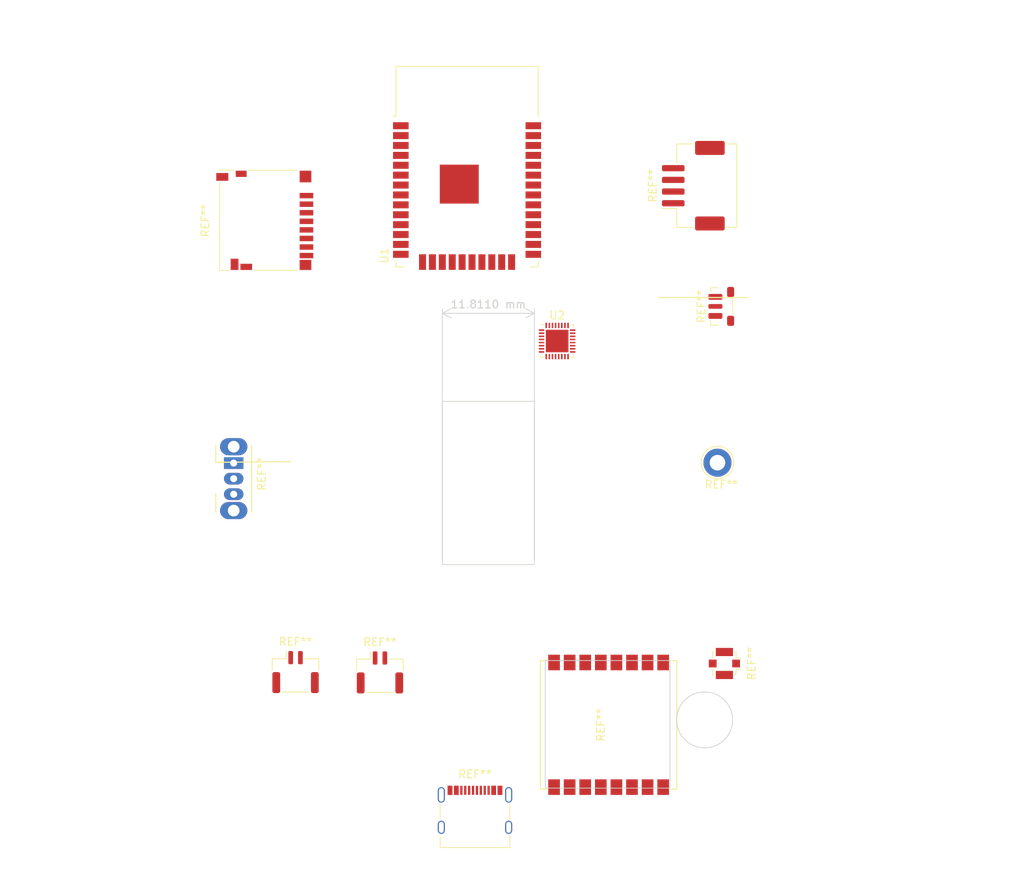
<source format=kicad_pcb>
(kicad_pcb (version 20211014) (generator pcbnew)
  (layers (0 "F.Cu" signal) (31 "B.Cu" signal) (34 "B.Paste" user) (35 "F.Paste" user) (36 "B.SilkS" user "B.Silkscreen") (37 "F.SilkS" user "F.Silkscreen") (38 "B.Mask" user) (39 "F.Mask" user) (44 "Edge.Cuts" user))
  (net 0 "")
  (net 1 "Net-(U1-Pad1)")
  (footprint "RF_Module:ESP32-WROOM-32" (layer "F.Cu") (at 126.619 57.193)
    (fp_text reference "U1" (at -10.61 8.43 90) (layer "F.SilkS"))
    (fp_text value "ESP32-WROOM-32")
    (fp_line (start 9.12 -15.865) (end 9.12 -9.445) (layer "F.SilkS") (width 0.12))
    (fp_line (start -9.12 9.88) (end -8.12 9.88) (layer "F.SilkS") (width 0.12))
    (fp_line (start -9.12 -15.865) (end 9.12 -15.865) (layer "F.SilkS") (width 0.12))
    (fp_line (start 9.12 9.88) (end 8.12 9.88) (layer "F.SilkS") (width 0.12))
    (fp_line (start -9.12 -9.445) (end -9.5 -9.445) (layer "F.SilkS") (width 0.12))
    (fp_line (start -9.12 -15.865) (end -9.12 -9.445) (layer "F.SilkS") (width 0.12))
    (fp_line (start 9.12 9.1) (end 9.12 9.88) (layer "F.SilkS") (width 0.12))
    (fp_line (start -9.12 9.1) (end -9.12 9.88) (layer "F.SilkS") (width 0.12))
    (pad "1" smd rect locked (at -8.5 -8.255) (size 2 0.9) (layers "F.Cu" "F.Paste" "F.Mask") (net 1 "Net-(U1-Pad1)"))
    (pad "2" smd rect locked (at -8.5 -6.985) (size 2 0.9) (layers "F.Cu" "F.Paste" "F.Mask"))
    (pad "3" smd rect locked (at -8.5 -5.715) (size 2 0.9) (layers "F.Cu" "F.Paste" "F.Mask"))
    (pad "4" smd rect locked (at -8.5 -4.445) (size 2 0.9) (layers "F.Cu" "F.Paste" "F.Mask"))
    (pad "5" smd rect locked (at -8.5 -3.175) (size 2 0.9) (layers "F.Cu" "F.Paste" "F.Mask"))
    (pad "6" smd rect locked (at -8.5 -1.905) (size 2 0.9) (layers "F.Cu" "F.Paste" "F.Mask"))
    (pad "7" smd rect locked (at -8.5 -0.635) (size 2 0.9) (layers "F.Cu" "F.Paste" "F.Mask"))
    (pad "8" smd rect locked (at -8.5 0.635) (size 2 0.9) (layers "F.Cu" "F.Paste" "F.Mask"))
    (pad "9" smd rect locked (at -8.5 1.905) (size 2 0.9) (layers "F.Cu" "F.Paste" "F.Mask"))
    (pad "10" smd rect locked (at -8.5 3.175) (size 2 0.9) (layers "F.Cu" "F.Paste" "F.Mask"))
    (pad "11" smd rect locked (at -8.5 4.445) (size 2 0.9) (layers "F.Cu" "F.Paste" "F.Mask"))
    (pad "12" smd rect locked (at -8.5 5.715) (size 2 0.9) (layers "F.Cu" "F.Paste" "F.Mask"))
    (pad "13" smd rect locked (at -8.5 6.985) (size 2 0.9) (layers "F.Cu" "F.Paste" "F.Mask"))
    (pad "14" smd rect locked (at -8.5 8.255) (size 2 0.9) (layers "F.Cu" "F.Paste" "F.Mask"))
    (pad "15" smd rect locked (at -5.715 9.255 90) (size 2 0.9) (layers "F.Cu" "F.Paste" "F.Mask") (net 1 "Net-(U1-Pad1)"))
    (pad "16" smd rect locked (at -4.445 9.255 90) (size 2 0.9) (layers "F.Cu" "F.Paste" "F.Mask"))
    (pad "17" smd rect locked (at -3.175 9.255 90) (size 2 0.9) (layers "F.Cu" "F.Paste" "F.Mask"))
    (pad "18" smd rect locked (at -1.905 9.255 90) (size 2 0.9) (layers "F.Cu" "F.Paste" "F.Mask"))
    (pad "19" smd rect locked (at -0.635 9.255 90) (size 2 0.9) (layers "F.Cu" "F.Paste" "F.Mask"))
    (pad "20" smd rect locked (at 0.635 9.255 90) (size 2 0.9) (layers "F.Cu" "F.Paste" "F.Mask"))
    (pad "21" smd rect locked (at 1.905 9.255 90) (size 2 0.9) (layers "F.Cu" "F.Paste" "F.Mask"))
    (pad "22" smd rect locked (at 3.175 9.255 90) (size 2 0.9) (layers "F.Cu" "F.Paste" "F.Mask"))
    (pad "23" smd rect locked (at 4.445 9.255 90) (size 2 0.9) (layers "F.Cu" "F.Paste" "F.Mask"))
    (pad "24" smd rect locked (at 5.715 9.255 90) (size 2 0.9) (layers "F.Cu" "F.Paste" "F.Mask"))
    (pad "25" smd rect locked (at 8.5 8.255) (size 2 0.9) (layers "F.Cu" "F.Paste" "F.Mask"))
    (pad "26" smd rect locked (at 8.5 6.985) (size 2 0.9) (layers "F.Cu" "F.Paste" "F.Mask"))
    (pad "27" smd rect locked (at 8.5 5.715) (size 2 0.9) (layers "F.Cu" "F.Paste" "F.Mask"))
    (pad "28" smd rect locked (at 8.5 4.445) (size 2 0.9) (layers "F.Cu" "F.Paste" "F.Mask"))
    (pad "29" smd rect locked (at 8.5 3.175) (size 2 0.9) (layers "F.Cu" "F.Paste" "F.Mask"))
    (pad "30" smd rect locked (at 8.5 1.905) (size 2 0.9) (layers "F.Cu" "F.Paste" "F.Mask"))
    (pad "31" smd rect locked (at 8.5 0.635) (size 2 0.9) (layers "F.Cu" "F.Paste" "F.Mask"))
    (pad "32" smd rect locked (at 8.5 -0.635) (size 2 0.9) (layers "F.Cu" "F.Paste" "F.Mask"))
    (pad "33" smd rect locked (at 8.5 -1.905) (size 2 0.9) (layers "F.Cu" "F.Paste" "F.Mask"))
    (pad "34" smd rect locked (at 8.5 -3.175) (size 2 0.9) (layers "F.Cu" "F.Paste" "F.Mask"))
    (pad "35" smd rect locked (at 8.5 -4.445) (size 2 0.9) (layers "F.Cu" "F.Paste" "F.Mask"))
    (pad "36" smd rect locked (at 8.5 -5.715) (size 2 0.9) (layers "F.Cu" "F.Paste" "F.Mask"))
    (pad "37" smd rect locked (at 8.5 -6.985) (size 2 0.9) (layers "F.Cu" "F.Paste" "F.Mask"))
    (pad "38" smd rect locked (at 8.5 -8.255) (size 2 0.9) (layers "F.Cu" "F.Paste" "F.Mask") (net 1 "Net-(U1-Pad1)"))
    (pad "39" smd rect locked (at -1 -0.755) (size 5 5) (layers "F.Cu" "F.Paste" "F.Mask") (net 1 "Net-(U1-Pad1)"))
  )
  (footprint "Connector_JST:JST_GH_SM02B-GHS-TB_1x02-1MP_P1.25mm_Horizontal" (layer "F.Cu") (at 104.610419 119.08441)
    (fp_text reference "REF**" (at 0 -3.9) (layer "F.SilkS"))
    (fp_text value "JST_GH_SM02B-GHS-TB_1x02-1MP_P1.25mm_Horizontal")
    (fp_line (start -2.985 -0.26) (end -2.985 -1.71) (layer "F.SilkS") (width 0.12))
    (fp_line (start -1.185 -1.71) (end -1.185 -2.7) (layer "F.SilkS") (width 0.12))
    (fp_line (start -1.715 2.56) (end 1.715 2.56) (layer "F.SilkS") (width 0.12))
    (fp_line (start 2.985 -0.26) (end 2.985 -1.71) (layer "F.SilkS") (width 0.12))
    (fp_line (start -2.985 -1.71) (end -1.185 -1.71) (layer "F.SilkS") (width 0.12))
    (fp_line (start 2.985 -1.71) (end 1.185 -1.71) (layer "F.SilkS") (width 0.12))
    (pad "1" smd roundrect (at -0.625 -1.85) (size 0.6 1.7) (layers "F.Cu" "F.Paste" "F.Mask"))
    (pad "2" smd roundrect (at 0.625 -1.85) (size 0.6 1.7) (layers "F.Cu" "F.Paste" "F.Mask"))
    (pad "MP" smd roundrect (at 2.475 1.35) (size 1 2.7) (layers "F.Cu" "F.Paste" "F.Mask"))
    (pad "MP" smd roundrect (at -2.475 1.35) (size 1 2.7) (layers "F.Cu" "F.Paste" "F.Mask"))
  )
  (footprint "Package_DFN_QFN:QFN-32-1EP_4x4mm_P0.4mm_EP2.9x2.9mm" (layer "F.Cu") (at 138.176 76.581)
    (fp_text reference "U2" (at 0 -3.3) (layer "F.SilkS"))
    (fp_text value "QFN-32-1EP_4x4mm_P0.4mm_EP2.9x2.9mm")
    (fp_line (start -1.76 2.11) (end -2.11 2.11) (layer "F.SilkS") (width 0.12))
    (fp_line (start -2.11 2.11) (end -2.11 1.76) (layer "F.SilkS") (width 0.12))
    (fp_line (start 2.11 -2.11) (end 2.11 -1.76) (layer "F.SilkS") (width 0.12))
    (fp_line (start 1.76 -2.11) (end 2.11 -2.11) (layer "F.SilkS") (width 0.12))
    (fp_line (start 2.11 2.11) (end 2.11 1.76) (layer "F.SilkS") (width 0.12))
    (fp_line (start -1.76 -2.11) (end -2.11 -2.11) (layer "F.SilkS") (width 0.12))
    (fp_line (start 1.76 2.11) (end 2.11 2.11) (layer "F.SilkS") (width 0.12))
    (pad "1" smd roundrect (at -2 -1.4) (size 0.7 0.2) (layers "F.Cu" "F.Paste" "F.Mask"))
    (pad "2" smd roundrect (at -2 -1) (size 0.7 0.2) (layers "F.Cu" "F.Paste" "F.Mask"))
    (pad "3" smd roundrect (at -2 -0.6) (size 0.7 0.2) (layers "F.Cu" "F.Paste" "F.Mask"))
    (pad "4" smd roundrect (at -2 -0.2) (size 0.7 0.2) (layers "F.Cu" "F.Paste" "F.Mask"))
    (pad "5" smd roundrect (at -2 0.2) (size 0.7 0.2) (layers "F.Cu" "F.Paste" "F.Mask"))
    (pad "6" smd roundrect (at -2 0.6) (size 0.7 0.2) (layers "F.Cu" "F.Paste" "F.Mask"))
    (pad "7" smd roundrect (at -2 1) (size 0.7 0.2) (layers "F.Cu" "F.Paste" "F.Mask"))
    (pad "8" smd roundrect (at -2 1.4) (size 0.7 0.2) (layers "F.Cu" "F.Paste" "F.Mask"))
    (pad "9" smd roundrect (at -1.4 2) (size 0.2 0.7) (layers "F.Cu" "F.Paste" "F.Mask"))
    (pad "10" smd roundrect (at -1 2) (size 0.2 0.7) (layers "F.Cu" "F.Paste" "F.Mask"))
    (pad "11" smd roundrect (at -0.6 2) (size 0.2 0.7) (layers "F.Cu" "F.Paste" "F.Mask"))
    (pad "12" smd roundrect (at -0.2 2) (size 0.2 0.7) (layers "F.Cu" "F.Paste" "F.Mask"))
    (pad "13" smd roundrect (at 0.2 2) (size 0.2 0.7) (layers "F.Cu" "F.Paste" "F.Mask"))
    (pad "14" smd roundrect (at 0.6 2) (size 0.2 0.7) (layers "F.Cu" "F.Paste" "F.Mask"))
    (pad "15" smd roundrect (at 1 2) (size 0.2 0.7) (layers "F.Cu" "F.Paste" "F.Mask"))
    (pad "16" smd roundrect (at 1.4 2) (size 0.2 0.7) (layers "F.Cu" "F.Paste" "F.Mask"))
    (pad "17" smd roundrect (at 2 1.4) (size 0.7 0.2) (layers "F.Cu" "F.Paste" "F.Mask"))
    (pad "18" smd roundrect (at 2 1) (size 0.7 0.2) (layers "F.Cu" "F.Paste" "F.Mask"))
    (pad "19" smd roundrect (at 2 0.6) (size 0.7 0.2) (layers "F.Cu" "F.Paste" "F.Mask"))
    (pad "20" smd roundrect (at 2 0.2) (size 0.7 0.2) (layers "F.Cu" "F.Paste" "F.Mask"))
    (pad "21" smd roundrect (at 2 -0.2) (size 0.7 0.2) (layers "F.Cu" "F.Paste" "F.Mask"))
    (pad "22" smd roundrect (at 2 -0.6) (size 0.7 0.2) (layers "F.Cu" "F.Paste" "F.Mask"))
    (pad "23" smd roundrect (at 2 -1) (size 0.7 0.2) (layers "F.Cu" "F.Paste" "F.Mask"))
    (pad "24" smd roundrect (at 2 -1.4) (size 0.7 0.2) (layers "F.Cu" "F.Paste" "F.Mask"))
    (pad "25" smd roundrect (at 1.4 -2) (size 0.2 0.7) (layers "F.Cu" "F.Paste" "F.Mask"))
    (pad "26" smd roundrect (at 1 -2) (size 0.2 0.7) (layers "F.Cu" "F.Paste" "F.Mask"))
    (pad "27" smd roundrect (at 0.6 -2) (size 0.2 0.7) (layers "F.Cu" "F.Paste" "F.Mask"))
    (pad "28" smd roundrect (at 0.2 -2) (size 0.2 0.7) (layers "F.Cu" "F.Paste" "F.Mask"))
    (pad "29" smd roundrect (at -0.2 -2) (size 0.2 0.7) (layers "F.Cu" "F.Paste" "F.Mask"))
    (pad "30" smd roundrect (at -0.6 -2) (size 0.2 0.7) (layers "F.Cu" "F.Paste" "F.Mask"))
    (pad "31" smd roundrect (at -1 -2) (size 0.2 0.7) (layers "F.Cu" "F.Paste" "F.Mask"))
    (pad "32" smd roundrect (at -1.4 -2) (size 0.2 0.7) (layers "F.Cu" "F.Paste" "F.Mask"))
    (pad "33" smd rect (at 0 0) (size 2.9 2.9) (layers "F.Cu" "F.Mask"))
  )
  (footprint "RF_Module:Ai-Thinker-Ra-01-LoRa" (layer "F.Cu") (at 144.78 125.857 90)
    (fp_text reference "REF**" (at 0 -1 90) (layer "F.SilkS"))
    (fp_text value "Ai-Thinker-Ra-01-LoRa")
    (fp_line (start -8.25 8.75) (end 8.25 8.75) (layer "F.SilkS") (width 0.15))
    (fp_line (start 8.25 8.75) (end 8.25 8) (layer "F.SilkS") (width 0.15))
    (fp_line (start -8.25 -8.75) (end 8.25 -8.75) (layer "F.SilkS") (width 0.15))
    (fp_line (start -8.25 -8) (end -8.25 -8.75) (layer "F.SilkS") (width 0.15))
    (fp_line (start -8.25 8) (end -8.25 8.75) (layer "F.SilkS") (width 0.15))
    (fp_line (start 8.25 -8.75) (end 8.25 -8) (layer "F.SilkS") (width 0.15))
    (pad "1" smd rect (at -8 -7 90) (size 2 1.5) (layers "F.Cu" "F.Paste" "F.Mask"))
    (pad "2" smd rect (at -8 -5 90) (size 2 1.5) (layers "F.Cu" "F.Paste" "F.Mask"))
    (pad "3" smd rect (at -8 -3 90) (size 2 1.5) (layers "F.Cu" "F.Paste" "F.Mask"))
    (pad "4" smd rect (at -8 -1 90) (size 2 1.5) (layers "F.Cu" "F.Paste" "F.Mask"))
    (pad "5" smd rect (at -8 1 90) (size 2 1.5) (layers "F.Cu" "F.Paste" "F.Mask"))
    (pad "6" smd rect (at -8 3 90) (size 2 1.5) (layers "F.Cu" "F.Paste" "F.Mask"))
    (pad "7" smd rect (at -8 5 90) (size 2 1.5) (layers "F.Cu" "F.Paste" "F.Mask"))
    (pad "8" smd rect (at -8 7 90) (size 2 1.5) (layers "F.Cu" "F.Paste" "F.Mask"))
    (pad "9" smd rect (at 8 7 90) (size 2 1.5) (layers "F.Cu" "F.Paste" "F.Mask"))
    (pad "10" smd rect (at 8 5 90) (size 2 1.5) (layers "F.Cu" "F.Paste" "F.Mask"))
    (pad "11" smd rect (at 8 3 90) (size 2 1.5) (layers "F.Cu" "F.Paste" "F.Mask"))
    (pad "12" smd rect (at 8 1 90) (size 2 1.5) (layers "F.Cu" "F.Paste" "F.Mask"))
    (pad "13" smd rect (at 8 -1 90) (size 2 1.5) (layers "F.Cu" "F.Paste" "F.Mask"))
    (pad "14" smd rect (at 8 -3 90) (size 2 1.5) (layers "F.Cu" "F.Paste" "F.Mask"))
    (pad "15" smd rect (at 8 -5 90) (size 2 1.5) (layers "F.Cu" "F.Paste" "F.Mask"))
    (pad "16" smd rect (at 8 -7 90) (size 2 1.5) (layers "F.Cu" "F.Paste" "F.Mask"))
  )
  (footprint "Connector_Card:microSD_HC_Hirose_DM3D-SF" (layer "F.Cu") (at 100.6602 61.087 90)
    (fp_text reference "REF**" (at -0.025 -7.625 90) (layer "F.SilkS"))
    (fp_text value "microSD_HC_Hirose_DM3D-SF")
    (fp_line (start -6.435 -4.625) (end -6.435 -5.785) (layer "F.SilkS") (width 0.12))
    (fp_line (start -6.435 -1.375) (end -6.435 4.225) (layer "F.SilkS") (width 0.12))
    (fp_line (start 6.435 -2.075) (end 6.435 4.225) (layer "F.SilkS") (width 0.12))
    (fp_line (start 6.325 -5.785) (end 6.435 -5.785) (layer "F.SilkS") (width 0.12))
    (fp_line (start -6.435 -5.785) (end 4.825 -5.785) (layer "F.SilkS") (width 0.12))
    (fp_line (start 6.435 -5.785) (end 6.435 -3.975) (layer "F.SilkS") (width 0.12))
    (pad "1" smd rect (at 3.175 5.35 90) (size 0.7 1.75) (layers "F.Cu" "F.Paste" "F.Mask"))
    (pad "2" smd rect (at 2.075 5.35 90) (size 0.7 1.75) (layers "F.Cu" "F.Paste" "F.Mask"))
    (pad "3" smd rect (at 0.975 5.35 90) (size 0.7 1.75) (layers "F.Cu" "F.Paste" "F.Mask"))
    (pad "4" smd rect (at -0.125 5.35 90) (size 0.7 1.75) (layers "F.Cu" "F.Paste" "F.Mask"))
    (pad "5" smd rect (at -1.225 5.35 90) (size 0.7 1.75) (layers "F.Cu" "F.Paste" "F.Mask"))
    (pad "6" smd rect (at -2.325 5.35 90) (size 0.7 1.75) (layers "F.Cu" "F.Paste" "F.Mask"))
    (pad "7" smd rect (at -3.425 5.35 90) (size 0.7 1.75) (layers "F.Cu" "F.Paste" "F.Mask"))
    (pad "8" smd rect (at -4.525 5.35 90) (size 0.7 1.75) (layers "F.Cu" "F.Paste" "F.Mask"))
    (pad "9" smd rect (at -5.65 -3.875 90) (size 1.45 1) (layers "F.Cu" "F.Paste" "F.Mask"))
    (pad "10" smd rect (at 5.575 -5.45 90) (size 1 1.55) (layers "F.Cu" "F.Paste" "F.Mask"))
    (pad "11" smd rect (at -5.725 5.225 90) (size 1.3 1.5) (layers "F.Cu" "F.Paste" "F.Mask"))
    (pad "11" smd rect (at 5.625 5.225 90) (size 1.5 1.5) (layers "F.Cu" "F.Paste" "F.Mask"))
    (pad "11" smd rect (at 5.975 -3.025 90) (size 0.8 1.4) (layers "F.Cu" "F.Paste" "F.Mask"))
    (pad "11" smd rect (at -5.975 -2.375 90) (size 0.8 1.5) (layers "F.Cu" "F.Paste" "F.Mask"))
  )
  (footprint "TestPoint:TestPoint_Loop_D3.80mm_Drill2.0mm" (layer "F.Cu") (at 158.75 92.202)
    (fp_text reference "REF**" (at 0.5 2.8) (layer "F.SilkS"))
    (fp_text value "TestPoint_Loop_D3.80mm_Drill2.0mm")
    (fp_circle (center 0 0) (end 2.1 0) (layer "F.SilkS") (width 0.12) (fill none))
    (pad "1" thru_hole circle (at 0 0) (size 3.6 3.6) (drill 2) (layers *.Cu *.Mask))
  )
  (footprint "Connector_JST:JST_ZE_SM04B-ZESS-TB_1x04-1MP_P1.50mm_Horizontal" (layer "F.Cu") (at 155.6512 56.642 90)
    (fp_text reference "REF**" (at 0 -5.22 90) (layer "F.SilkS"))
    (fp_text value "JST_ZE_SM04B-ZESS-TB_1x04-1MP_P1.50mm_Horizontal")
    (fp_line (start 5.36 -2.135) (end 2.91 -2.135) (layer "F.SilkS") (width 0.12))
    (fp_line (start 5.36 5.585) (end 5.36 4.285) (layer "F.SilkS") (width 0.12))
    (fp_line (start -5.36 -0.035) (end -5.36 -2.135) (layer "F.SilkS") (width 0.12))
    (fp_line (start 5.36 -0.035) (end 5.36 -2.135) (layer "F.SilkS") (width 0.12))
    (fp_line (start -5.36 5.585) (end 5.36 5.585) (layer "F.SilkS") (width 0.12))
    (fp_line (start -2.91 -2.135) (end -2.91 -4.025) (layer "F.SilkS") (width 0.12))
    (fp_line (start -5.36 4.285) (end -5.36 5.585) (layer "F.SilkS") (width 0.12))
    (fp_line (start -5.36 -2.135) (end -2.91 -2.135) (layer "F.SilkS") (width 0.12))
    (pad "1" smd roundrect (at -2.25 -2.575 90) (size 0.8 2.9) (layers "F.Cu" "F.Paste" "F.Mask"))
    (pad "2" smd roundrect (at -0.75 -2.575 90) (size 0.8 2.9) (layers "F.Cu" "F.Paste" "F.Mask"))
    (pad "3" smd roundrect (at 0.75 -2.575 90) (size 0.8 2.9) (layers "F.Cu" "F.Paste" "F.Mask"))
    (pad "4" smd roundrect (at 2.25 -2.575 90) (size 0.8 2.9) (layers "F.Cu" "F.Paste" "F.Mask"))
    (pad "MP" smd roundrect (at -4.85 2.125 90) (size 1.8 3.8) (layers "F.Cu" "F.Paste" "F.Mask") (roundrect_rratio 0.138889))
    (pad "MP" smd roundrect (at 4.85 2.125 90) (size 1.8 3.8) (layers "F.Cu" "F.Paste" "F.Mask") (roundrect_rratio 0.138889))
  )
  (footprint "Connector_Coaxial:U.FL_Molex_MCRF_73412-0110_Vertical" (layer "F.Cu") (at 159.639 117.983 90)
    (fp_text reference "REF**" (at 0 3.5 90) (layer "F.SilkS"))
    (fp_text value "U.FL_Molex_MCRF_73412-0110_Vertical")
    (fp_line (start -1.5 -1.5) (end -0.7 -1.5) (layer "F.SilkS") (width 0.12))
    (fp_line (start -0.7 1.5) (end -1.3 1.5) (layer "F.SilkS") (width 0.12))
    (fp_line (start 1.5 1.3) (end 1.5 1.5) (layer "F.SilkS") (width 0.12))
    (fp_line (start -1.3 1.5) (end -1.5 1.3) (layer "F.SilkS") (width 0.12))
    (fp_line (start -0.7 1.5) (end -0.7 2) (layer "F.SilkS") (width 0.12))
    (fp_line (start 1.5 -1.5) (end 1.5 -1.3) (layer "F.SilkS") (width 0.12))
    (fp_line (start 0.7 -1.5) (end 1.5 -1.5) (layer "F.SilkS") (width 0.12))
    (fp_line (start 1.5 1.5) (end 0.7 1.5) (layer "F.SilkS") (width 0.12))
    (fp_line (start -1.5 -1.3) (end -1.5 -1.5) (layer "F.SilkS") (width 0.12))
    (fp_line (start 0.7 1.5) (end 0.7 2) (layer "F.SilkS") (width 0.12))
    (pad "1" smd rect (at 0 1.5 90) (size 1 1) (layers "F.Cu" "F.Paste" "F.Mask"))
    (pad "2" smd rect (at -1.475 0 90) (size 1.05 2.2) (layers "F.Cu" "F.Paste" "F.Mask"))
    (pad "2" smd rect (at 0 -1.5 90) (size 1 1) (layers "F.Cu" "F.Paste" "F.Mask"))
    (pad "2" smd rect (at 1.475 0 90) (size 1.05 2.2) (layers "F.Cu" "F.Paste" "F.Mask"))
  )
  (footprint "Connector_JST:JST_GH_SM02B-GHS-TB_1x02-1MP_P1.25mm_Horizontal" (layer "F.Cu") (at 115.443 119.126)
    (fp_text reference "REF**" (at 0 -3.9) (layer "F.SilkS"))
    (fp_text value "JST_GH_SM02B-GHS-TB_1x02-1MP_P1.25mm_Horizontal")
    (fp_line (start -2.985 -0.26) (end -2.985 -1.71) (layer "F.SilkS") (width 0.12))
    (fp_line (start -1.185 -1.71) (end -1.185 -2.7) (layer "F.SilkS") (width 0.12))
    (fp_line (start -1.715 2.56) (end 1.715 2.56) (layer "F.SilkS") (width 0.12))
    (fp_line (start 2.985 -0.26) (end 2.985 -1.71) (layer "F.SilkS") (width 0.12))
    (fp_line (start -2.985 -1.71) (end -1.185 -1.71) (layer "F.SilkS") (width 0.12))
    (fp_line (start 2.985 -1.71) (end 1.185 -1.71) (layer "F.SilkS") (width 0.12))
    (pad "1" smd roundrect (at -0.625 -1.85) (size 0.6 1.7) (layers "F.Cu" "F.Paste" "F.Mask"))
    (pad "2" smd roundrect (at 0.625 -1.85) (size 0.6 1.7) (layers "F.Cu" "F.Paste" "F.Mask"))
    (pad "MP" smd roundrect (at 2.475 1.35) (size 1 2.7) (layers "F.Cu" "F.Paste" "F.Mask"))
    (pad "MP" smd roundrect (at -2.475 1.35) (size 1 2.7) (layers "F.Cu" "F.Paste" "F.Mask"))
  )
  (footprint "Button_Switch_SMD:SW_Push_1P1T-MP_NO_Horizontal_Alps_SKRTLAE010" (layer "F.Cu") (at 159.385 72.136 90)
    (fp_text reference "REF**" (at 0 -2.7 90) (layer "F.SilkS"))
    (fp_text value "SW_Push_1P1T-MP_NO_Horizontal_Alps_SKRTLAE010")
    (fp_line (start -2.4 -1.5) (end -2.4 -0.5) (layer "F.SilkS") (width 0.12))
    (fp_line (start -1 1.3) (end 1 1.3) (layer "F.SilkS") (width 0.12))
    (fp_line (start 1.8 -1.5) (end 2.4 -1.5) (layer "F.SilkS") (width 0.12))
    (fp_line (start 2.4 -1.5) (end 2.4 -0.5) (layer "F.SilkS") (width 0.12))
    (fp_line (start -1.8 -1.5) (end -2.4 -1.5) (layer "F.SilkS") (width 0.12))
    (pad "" np_thru_hole circle (at 2.125 0 90) (size 0.9 0.9) (drill 0.9) (layers *.Cu *.Mask))
    (pad "" np_thru_hole circle (at -2.125 0 90) (size 0.9 0.9) (drill 0.9) (layers *.Cu *.Mask))
    (pad "1" smd roundrect (at 1.225 -0.9 90) (size 0.75 1.8) (layers "F.Cu" "F.Paste" "F.Mask"))
    (pad "1" smd roundrect (at -1.225 -0.9 90) (size 0.75 1.8) (layers "F.Cu" "F.Paste" "F.Mask"))
    (pad "2" smd roundrect (at 0 -0.9 90) (size 0.6 1.8) (layers "F.Cu" "F.Paste" "F.Mask"))
    (pad "MP" smd roundrect (at 1.85 1.05 90) (size 1.3 0.9) (layers "F.Cu" "F.Paste" "F.Mask"))
    (pad "MP" smd roundrect (at -1.85 1.05 90) (size 1.3 0.9) (layers "F.Cu" "F.Paste" "F.Mask"))
  )
  (footprint "Connector_USB:USB_C_Receptacle_Palconn_UTC16-G" (layer "F.Cu") (at 127.635 136.779)
    (fp_text reference "REF**" (at 0 -4.58) (layer "F.SilkS"))
    (fp_text value "USB_C_Receptacle_Palconn_UTC16-G")
    (fp_line (start 4.47 4.84) (end -4.47 4.84) (layer "F.SilkS") (width 0.12))
    (fp_line (start 4.47 4.84) (end 4.47 3.38) (layer "F.SilkS") (width 0.12))
    (fp_line (start -4.47 -0.67) (end -4.47 1.13) (layer "F.SilkS") (width 0.12))
    (fp_line (start -4.47 4.84) (end -4.47 3.38) (layer "F.SilkS") (width 0.12))
    (fp_line (start 4.47 -0.67) (end 4.47 1.13) (layer "F.SilkS") (width 0.12))
    (pad "" np_thru_hole circle (at -2.89 -1.45 180) (size 0.6 0.6) (drill 0.6) (layers *.Cu *.Mask))
    (pad "" np_thru_hole circle (at 2.89 -1.45 180) (size 0.6 0.6) (drill 0.6) (layers *.Cu *.Mask))
    (pad "A1" smd rect (at -3.2 -2.51) (size 0.6 1.16) (layers "F.Cu" "F.Paste" "F.Mask"))
    (pad "A4" smd rect (at -2.4 -2.51) (size 0.6 1.16) (layers "F.Cu" "F.Paste" "F.Mask"))
    (pad "A5" smd rect (at -1.25 -2.51 180) (size 0.3 1.16) (layers "F.Cu" "F.Paste" "F.Mask"))
    (pad "A6" smd rect (at -0.25 -2.51 180) (size 0.3 1.16) (layers "F.Cu" "F.Paste" "F.Mask"))
    (pad "A7" smd rect (at 0.25 -2.51 180) (size 0.3 1.16) (layers "F.Cu" "F.Paste" "F.Mask"))
    (pad "A8" smd rect (at 1.25 -2.51 180) (size 0.3 1.16) (layers "F.Cu" "F.Paste" "F.Mask"))
    (pad "A9" smd rect (at 2.4 -2.51) (size 0.6 1.16) (layers "F.Cu" "F.Paste" "F.Mask"))
    (pad "A12" smd rect (at 3.2 -2.51) (size 0.6 1.16) (layers "F.Cu" "F.Paste" "F.Mask"))
    (pad "B1" smd rect (at 3.2 -2.51) (size 0.6 1.16) (layers "F.Cu" "F.Paste" "F.Mask"))
    (pad "B4" smd rect (at 2.4 -2.51) (size 0.6 1.16) (layers "F.Cu" "F.Paste" "F.Mask"))
    (pad "B5" smd rect (at 1.75 -2.51 180) (size 0.3 1.16) (layers "F.Cu" "F.Paste" "F.Mask"))
    (pad "B6" smd rect (at 0.75 -2.51 180) (size 0.3 1.16) (layers "F.Cu" "F.Paste" "F.Mask"))
    (pad "B7" smd rect (at -0.75 -2.51 180) (size 0.3 1.16) (layers "F.Cu" "F.Paste" "F.Mask"))
    (pad "B8" smd rect (at -1.75 -2.51 180) (size 0.3 1.16) (layers "F.Cu" "F.Paste" "F.Mask"))
    (pad "B9" smd rect (at -2.4 -2.51) (size 0.6 1.16) (layers "F.Cu" "F.Paste" "F.Mask"))
    (pad "B12" smd rect (at -3.2 -2.51) (size 0.6 1.16) (layers "F.Cu" "F.Paste" "F.Mask"))
    (pad "S1" thru_hole oval (at -4.32 -1.93 90) (size 2 0.9) (drill oval 1.7 0.6) (layers *.Cu *.Mask))
    (pad "S1" thru_hole oval (at 4.32 -1.93 90) (size 2 0.9) (drill oval 1.7 0.6) (layers *.Cu *.Mask))
    (pad "S1" thru_hole oval (at -4.32 2.24 90) (size 1.7 0.9) (drill oval 1.4 0.6) (layers *.Cu *.Mask))
    (pad "S1" thru_hole oval (at 4.32 2.24 90) (size 1.7 0.9) (drill oval 1.4 0.6) (layers *.Cu *.Mask))
  )
  (footprint "Button_Switch_THT:SW_CuK_OS102011MA1QN1_SPDT_Angled" (layer "F.Cu") (at 96.6724 92.2528 -90)
    (fp_text reference "REF**" (at 1.4 -3.6 90) (layer "F.SilkS"))
    (fp_text value "SW_CuK_OS102011MA1QN1_SPDT_Angled")
    (fp_line (start -2.3 2.3) (end -0.1 2.3) (layer "F.SilkS") (width 0.15))
    (fp_line (start 4 2.3) (end 6.3 2.3) (layer "F.SilkS") (width 0.15))
    (fp_line (start -2.3 -2.3) (end 6.3 -2.3) (layer "F.SilkS") (width 0.15))
    (pad "" thru_hole oval (at 6.1 0 270) (size 2.2 3.5) (drill 1.5) (layers *.Cu *.Mask))
    (pad "" thru_hole oval (at -2.1 0 270) (size 2.2 3.5) (drill 1.5) (layers *.Cu *.Mask))
    (pad "1" thru_hole rect (at 0 0 270) (size 1.5 2.5) (drill 0.9) (layers *.Cu *.Mask))
    (pad "2" thru_hole oval (at 2 0 270) (size 1.5 2.5) (drill 0.9) (layers *.Cu *.Mask))
    (pad "3" thru_hole oval (at 4 0 270) (size 1.5 2.5) (drill 0.9) (layers *.Cu *.Mask))
  )
  (gr_line (start 151.13 70.993) (end 162.687 70.993) (layer "F.SilkS") (width 0.15))
  (gr_line (start 104.013 92.075) (end 94.3724 92.1528) (layer "F.SilkS") (width 0.15))
  (gr_line (start 98.640918 109.955998) (end 98.640918 102.244789) (layer "Edge.Cuts") (width 0.000025))
  (gr_line (start 94.146725 42.215476) (end 94.146725 41.899408) (layer "Edge.Cuts") (width 0.000025))
  (gr_line (start 158.51715 109.955998) (end 158.51715 102.270189) (layer "Edge.Cuts") (width 0.000025))
  (gr_curve (pts (xy 128.049238 140.316918) (xy 116.352724 140.327781) (xy 103.87698 139.3473) (xy 97.938384 134.684215)) (layer "Edge.Cuts") (width 0.000025))
  (gr_curve (pts (xy 161.335041 126.06857) (xy 161.34426 132.107525) (xy 158.006709 135.081363) (xy 153.249245 137.007284)) (layer "Edge.Cuts") (width 0.000025))
  (gr_line (start 97.140918 102.244789) (end 98.640918 102.244789) (layer "Edge.Cuts") (width 0.000025))
  (gr_curve (pts (xy 153.249245 137.007284) (xy 146.777142 139.627328) (xy 137.677181 140.307976) (xy 128.049238 140.316918)) (layer "Edge.Cuts") (width 0.000025))
  (gr_line (start 160.01715 109.955998) (end 160.01715 102.270189) (layer "Edge.Cuts") (width 0.000025))
  (gr_line (start 161.204003 42.391998) (end 161.204003 41.66156) (layer "Edge.Cuts") (width 0.000025))
  (gr_rect (start 152.654 117.602) (end 136.652 133.985) (layer "Edge.Cuts") (width 0.1) (fill none))
  (gr_curve (pts (xy 97.938384 134.684215) (xy 95.478992 132.753059) (xy 94.140782 130.190301) (xy 94.141175 126.043134)) (layer "Edge.Cuts") (width 0.000025))
  (gr_line (start 94.141175 126.043134) (end 94.146725 42.215476) (layer "Edge.Cuts") (width 0.000025))
  (gr_rect (start 123.444 84.328) (end 135.255 105.283) (layer "Edge.Cuts") (width 0.1) (fill none))
  (gr_line (start 158.51715 109.955998) (end 160.01715 109.955998) (layer "Edge.Cuts") (width 0.000025))
  (gr_line (start 97.140918 109.955998) (end 97.140918 102.244789) (layer "Edge.Cuts") (width 0.000025))
  (gr_arc (start 94.300403 41.528398) (mid 94.469209 41.415605) (end 94.66833 41.375998) (layer "Edge.Cuts") (width 0.000025))
  (gr_line (start 161.204003 42.391998) (end 161.335041 126.06857) (layer "Edge.Cuts") (width 0.000025))
  (gr_line (start 94.66833 41.375998) (end 160.882518 41.375998) (layer "Edge.Cuts") (width 0.000025))
  (gr_line (start 158.51715 102.270189) (end 160.01715 102.270189) (layer "Edge.Cuts") (width 0.000025))
  (gr_circle (center 157.099 125.222) (end 156.591 121.666) (layer "Edge.Cuts") (width 0.1) (fill none))
  (gr_arc (start 94.146725 41.899408) (mid 94.186665 41.698619) (end 94.300403 41.528398) (layer "Edge.Cuts") (width 0.000025))
  (gr_arc (start 161.127803 41.477598) (mid 161.184199 41.562) (end 161.204003 41.66156) (layer "Edge.Cuts") (width 0.000025))
  (gr_line (start 97.140918 109.955998) (end 98.640918 109.955998) (layer "Edge.Cuts") (width 0.000025))
  (gr_arc (start 160.882518 41.375998) (mid 161.015265 41.402403) (end 161.127803 41.477598) (layer "Edge.Cuts") (width 0.000025))
  (dimension (type aligned) (layer "Edge.Cuts") (pts (xy 123.444 105.156) (xy 135.255 105.156)) (height -32.131) (gr_text "0.4650 in" (at 129.3495 71.875) (layer "Edge.Cuts") (effects (font (size 1 1) (thickness 0.15)))) (format (units 3) (units_format 1) (precision 4)) (style (thickness 0.1) (arrow_length 1.27) (text_position_mode 0) (extension_height 0.58642) (extension_offset 0.5) keep_text_aligned))
)
</source>
